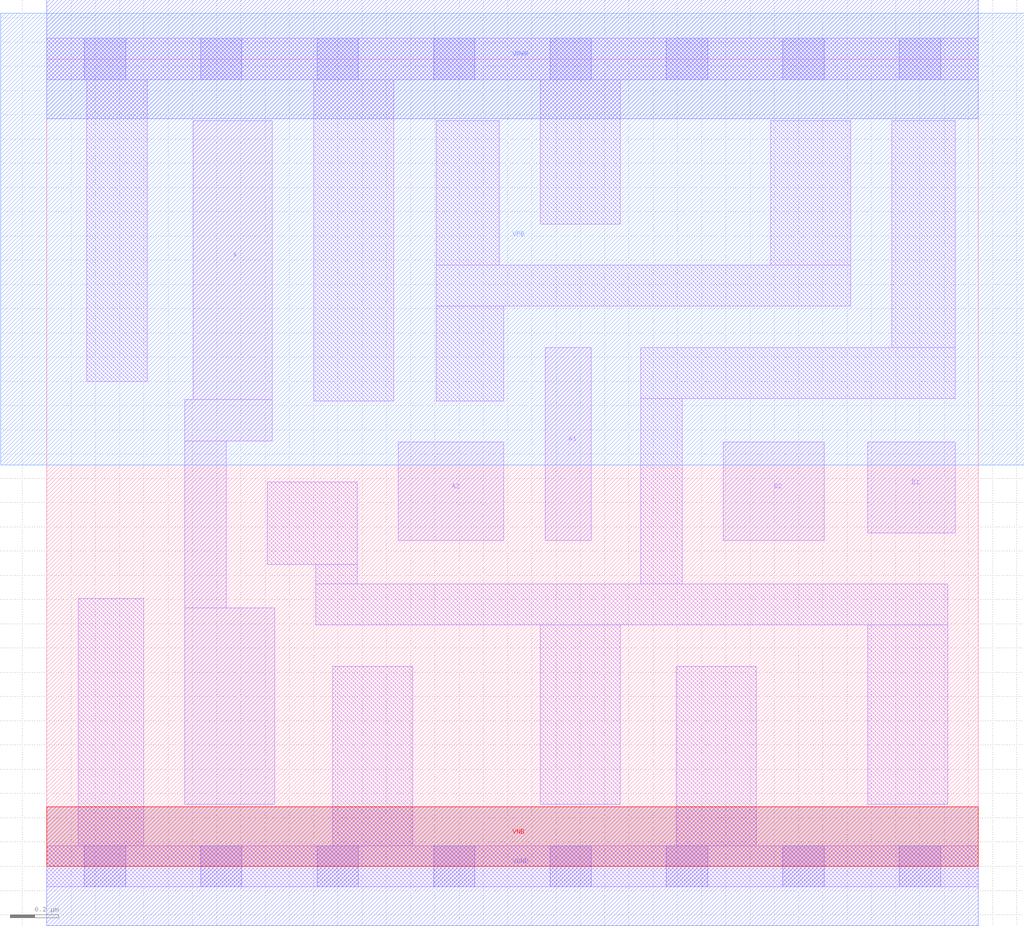
<source format=lef>
# Copyright 2020 The SkyWater PDK Authors
#
# Licensed under the Apache License, Version 2.0 (the "License");
# you may not use this file except in compliance with the License.
# You may obtain a copy of the License at
#
#     https://www.apache.org/licenses/LICENSE-2.0
#
# Unless required by applicable law or agreed to in writing, software
# distributed under the License is distributed on an "AS IS" BASIS,
# WITHOUT WARRANTIES OR CONDITIONS OF ANY KIND, either express or implied.
# See the License for the specific language governing permissions and
# limitations under the License.
#
# SPDX-License-Identifier: Apache-2.0

VERSION 5.7 ;
  NOWIREEXTENSIONATPIN ON ;
  DIVIDERCHAR "/" ;
  BUSBITCHARS "[]" ;
MACRO sky130_fd_sc_lp__a22o_2
  CLASS CORE ;
  FOREIGN sky130_fd_sc_lp__a22o_2 ;
  ORIGIN  0.000000  0.000000 ;
  SIZE  3.840000 BY  3.330000 ;
  SYMMETRY X Y R90 ;
  SITE unit ;
  PIN A1
    ANTENNAGATEAREA  0.315000 ;
    DIRECTION INPUT ;
    USE SIGNAL ;
    PORT
      LAYER li1 ;
        RECT 2.055000 1.345000 2.245000 2.140000 ;
    END
  END A1
  PIN A2
    ANTENNAGATEAREA  0.315000 ;
    DIRECTION INPUT ;
    USE SIGNAL ;
    PORT
      LAYER li1 ;
        RECT 1.450000 1.345000 1.885000 1.750000 ;
    END
  END A2
  PIN B1
    ANTENNAGATEAREA  0.315000 ;
    DIRECTION INPUT ;
    USE SIGNAL ;
    PORT
      LAYER li1 ;
        RECT 3.385000 1.375000 3.745000 1.750000 ;
    END
  END B1
  PIN B2
    ANTENNAGATEAREA  0.315000 ;
    DIRECTION INPUT ;
    USE SIGNAL ;
    PORT
      LAYER li1 ;
        RECT 2.790000 1.345000 3.205000 1.750000 ;
    END
  END B2
  PIN X
    ANTENNADIFFAREA  0.588000 ;
    DIRECTION OUTPUT ;
    USE SIGNAL ;
    PORT
      LAYER li1 ;
        RECT 0.570000 0.255000 0.940000 1.065000 ;
        RECT 0.570000 1.065000 0.740000 1.755000 ;
        RECT 0.570000 1.755000 0.930000 1.925000 ;
        RECT 0.605000 1.925000 0.930000 3.075000 ;
    END
  END X
  PIN VGND
    DIRECTION INOUT ;
    USE GROUND ;
    PORT
      LAYER met1 ;
        RECT 0.000000 -0.245000 3.840000 0.245000 ;
    END
  END VGND
  PIN VNB
    DIRECTION INOUT ;
    USE GROUND ;
    PORT
      LAYER pwell ;
        RECT 0.000000 0.000000 3.840000 0.245000 ;
    END
  END VNB
  PIN VPB
    DIRECTION INOUT ;
    USE POWER ;
    PORT
      LAYER nwell ;
        RECT -0.190000 1.655000 4.030000 3.520000 ;
    END
  END VPB
  PIN VPWR
    DIRECTION INOUT ;
    USE POWER ;
    PORT
      LAYER met1 ;
        RECT 0.000000 3.085000 3.840000 3.575000 ;
    END
  END VPWR
  OBS
    LAYER li1 ;
      RECT 0.000000 -0.085000 3.840000 0.085000 ;
      RECT 0.000000  3.245000 3.840000 3.415000 ;
      RECT 0.130000  0.085000 0.400000 1.105000 ;
      RECT 0.165000  2.000000 0.415000 3.245000 ;
      RECT 0.910000  1.245000 1.280000 1.585000 ;
      RECT 1.100000  1.920000 1.430000 3.245000 ;
      RECT 1.110000  0.995000 3.715000 1.165000 ;
      RECT 1.110000  1.165000 1.280000 1.245000 ;
      RECT 1.180000  0.085000 1.510000 0.825000 ;
      RECT 1.605000  1.920000 1.885000 2.310000 ;
      RECT 1.605000  2.310000 3.315000 2.480000 ;
      RECT 1.605000  2.480000 1.865000 3.075000 ;
      RECT 2.035000  0.255000 2.365000 0.995000 ;
      RECT 2.035000  2.650000 2.365000 3.245000 ;
      RECT 2.450000  1.165000 2.620000 1.930000 ;
      RECT 2.450000  1.930000 3.745000 2.140000 ;
      RECT 2.595000  0.085000 2.925000 0.825000 ;
      RECT 2.985000  2.480000 3.315000 3.075000 ;
      RECT 3.385000  0.255000 3.715000 0.995000 ;
      RECT 3.485000  2.140000 3.745000 3.075000 ;
    LAYER mcon ;
      RECT 0.155000 -0.085000 0.325000 0.085000 ;
      RECT 0.155000  3.245000 0.325000 3.415000 ;
      RECT 0.635000 -0.085000 0.805000 0.085000 ;
      RECT 0.635000  3.245000 0.805000 3.415000 ;
      RECT 1.115000 -0.085000 1.285000 0.085000 ;
      RECT 1.115000  3.245000 1.285000 3.415000 ;
      RECT 1.595000 -0.085000 1.765000 0.085000 ;
      RECT 1.595000  3.245000 1.765000 3.415000 ;
      RECT 2.075000 -0.085000 2.245000 0.085000 ;
      RECT 2.075000  3.245000 2.245000 3.415000 ;
      RECT 2.555000 -0.085000 2.725000 0.085000 ;
      RECT 2.555000  3.245000 2.725000 3.415000 ;
      RECT 3.035000 -0.085000 3.205000 0.085000 ;
      RECT 3.035000  3.245000 3.205000 3.415000 ;
      RECT 3.515000 -0.085000 3.685000 0.085000 ;
      RECT 3.515000  3.245000 3.685000 3.415000 ;
  END
END sky130_fd_sc_lp__a22o_2
END LIBRARY

</source>
